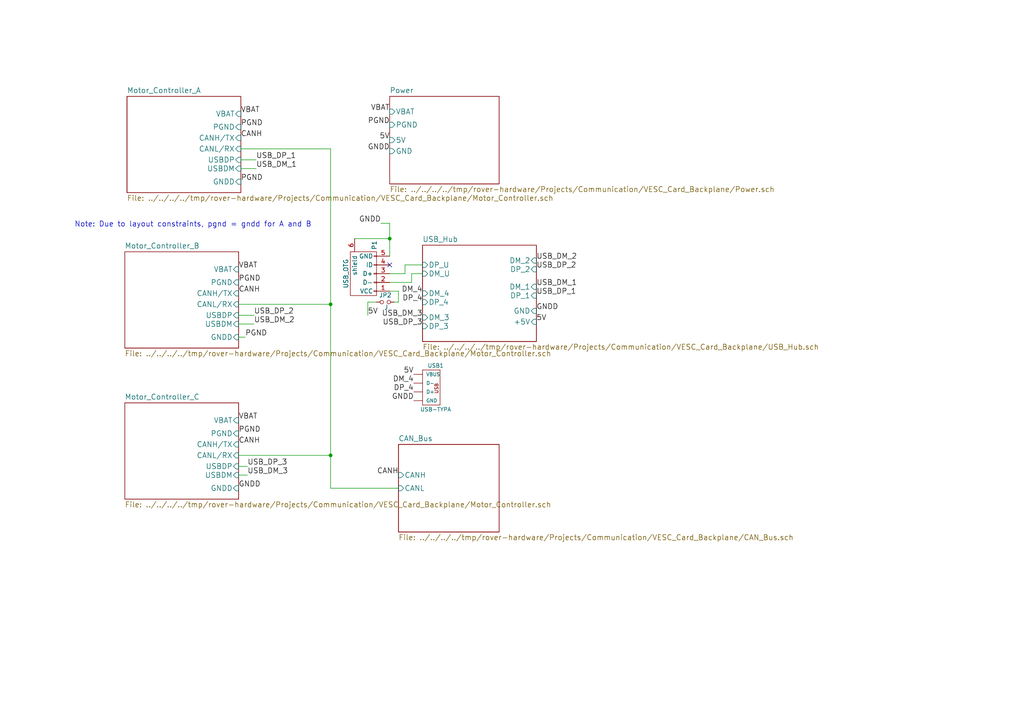
<source format=kicad_sch>
(kicad_sch (version 20230121) (generator eeschema)
  (paper "A4")
  (lib_symbols
    (symbol "VESC_Card_Backplane-rescue:Jumper_NO_Small" (pin_numbers hide) (pin_names (offset 0.762) hide)
      (property "Reference" "JP" (at 0 2.032 0))
      (symbol "Jumper_NO_Small_0_1"
        (circle (center -1.016 0) (radius 0.508))
        (circle (center 1.016 0) (radius 0.508))
        (pin passive line (at -2.54 0 0) (length 1.016) (name "1") (number "1"))
        (pin passive line (at 2.54 0 180) (length 1.016) (name "2") (number "2"))
      )
    )
    (symbol "VESC_Card_Backplane-rescue:USB-TYPA" (pin_numbers hide) (pin_names (offset 1.016))
      (property "Reference" "USB" (at 0 6.35 0))
      (property "Value" "USB-TYPA" (at 0 -6.35 0))
      (symbol "USB-TYPA_1_0"
        (polyline (pts (xy -3.81 -5.08) (xy 1.27 -5.08)))
        (polyline (pts (xy -3.81 5.08) (xy -3.81 -5.08)))
        (polyline (pts (xy 1.27 -5.08) (xy 1.27 5.08)))
        (polyline (pts (xy 1.27 5.08) (xy -3.81 5.08)))
        (text "USB" (at 0.254 -0.254 900) (effects (font (size 0.9906 0.9906))))
      )
      (symbol "USB-TYPA_1_1"
        (pin bidirectional line (at -6.35 -1.27 0) (length 2.54) (name "D+") (number "D+"))
        (pin bidirectional line (at -6.35 1.27 0) (length 2.54) (name "D-") (number "D-"))
        (pin bidirectional line (at -6.35 -3.81 0) (length 2.54) (name "GND") (number "GND"))
        (pin bidirectional line (at -6.35 3.81 0) (length 2.54) (name "VBUS") (number "VBUS"))
      )
    )
    (symbol "VESC_Card_Backplane-rescue:USB_OTG" (pin_names (offset 1.016))
      (property "Reference" "P" (at 8.255 -3.175 0))
      (property "Value" "USB_OTG" (at 0 5.08 0))
      (symbol "USB_OTG_0_1"
        (rectangle (start -6.35 -3.81) (end 6.35 3.81))
        (rectangle (start -5.207 -3.81) (end -4.953 -3.048))
        (rectangle (start -2.667 -3.81) (end -2.413 -3.048))
        (rectangle (start -0.127 -3.81) (end 0.127 -3.048))
        (rectangle (start 2.413 -3.81) (end 2.667 -3.048))
        (rectangle (start 4.953 -3.81) (end 5.207 -3.048))
      )
      (symbol "USB_OTG_1_1"
        (pin power_out line (at -5.08 -7.62 90) (length 3.81) (name "VCC") (number "1"))
        (pin passive line (at -2.54 -7.62 90) (length 3.81) (name "D-") (number "2"))
        (pin passive line (at 0 -7.62 90) (length 3.81) (name "D+") (number "3"))
        (pin power_in line (at 2.54 -7.62 90) (length 3.81) (name "ID") (number "4"))
        (pin power_in line (at 5.08 -7.62 90) (length 3.81) (name "GND") (number "5"))
        (pin passive line (at 10.16 2.54 180) (length 3.81) (name "shield") (number "6"))
      )
    )
  )
  (junction (at 95.885 88.265))
  (junction (at 95.885 132.08))
  (junction (at 113.03 69.215))
  (no_connect (at 113.03 76.835))
  (wire (pts (xy 95.885 132.08) (xy 95.885 141.605)))
  (wire (pts (xy 71.12 97.79) (xy 69.215 97.79)))
  (wire (pts (xy 95.885 88.265) (xy 95.885 132.08)))
  (wire (pts (xy 113.03 84.455) (xy 115.57 84.455)))
  (wire (pts (xy 69.85 48.895) (xy 74.295 48.895)))
  (wire (pts (xy 69.215 132.08) (xy 95.885 132.08)))
  (wire (pts (xy 69.85 43.18) (xy 95.885 43.18)))
  (wire (pts (xy 113.03 81.915) (xy 119.38 81.915)))
  (wire (pts (xy 113.03 64.77) (xy 113.03 69.215)))
  (wire (pts (xy 117.475 76.835) (xy 122.555 76.835)))
  (wire (pts (xy 71.755 137.795) (xy 69.215 137.795)))
  (wire (pts (xy 95.885 141.605) (xy 115.57 141.605)))
  (wire (pts (xy 106.68 87.63) (xy 106.68 91.44)))
  (wire (pts (xy 73.66 93.98) (xy 69.215 93.98)))
  (wire (pts (xy 109.22 87.63) (xy 106.68 87.63)))
  (wire (pts (xy 113.03 64.77) (xy 110.49 64.77)))
  (wire (pts (xy 113.03 69.215) (xy 113.03 74.295)))
  (wire (pts (xy 69.85 46.355) (xy 74.295 46.355)))
  (wire (pts (xy 113.03 79.375) (xy 117.475 79.375)))
  (wire (pts (xy 102.87 69.215) (xy 113.03 69.215)))
  (wire (pts (xy 119.38 79.375) (xy 122.555 79.375)))
  (wire (pts (xy 95.885 43.18) (xy 95.885 88.265)))
  (wire (pts (xy 69.215 88.265) (xy 95.885 88.265)))
  (wire (pts (xy 71.755 135.255) (xy 69.215 135.255)))
  (wire (pts (xy 115.57 84.455) (xy 115.57 87.63)))
  (wire (pts (xy 117.475 79.375) (xy 117.475 76.835)))
  (wire (pts (xy 73.66 91.44) (xy 69.215 91.44)))
  (wire (pts (xy 115.57 87.63) (xy 114.3 87.63)))
  (wire (pts (xy 119.38 81.915) (xy 119.38 79.375)))
  (text "Note: Due to layout constraints, pgnd = gndd for A and B\n" (at 21.59 66.04 0) (effects (font (size 1.524 1.524)) (justify left bottom)))
  (label "USB_DP_3" (at 122.555 94.615 180) (effects (font (size 1.524 1.524))))
  (label "GNDD" (at 113.03 43.815 180) (effects (font (size 1.524 1.524))))
  (label "PGND" (at 69.85 36.83 0) (effects (font (size 1.524 1.524))))
  (label "5V" (at 113.03 40.64 180) (effects (font (size 1.524 1.524))))
  (label "USB_DP_1" (at 74.295 46.355 0) (effects (font (size 1.524 1.524))))
  (label "DP_4" (at 120.015 113.665 180) (effects (font (size 1.524 1.524))))
  (label "USB_DM_1" (at 155.575 83.185 0) (effects (font (size 1.524 1.524))))
  (label "PGND" (at 71.12 97.79 0) (effects (font (size 1.524 1.524))))
  (label "USB_DP_1" (at 155.575 85.725 0) (effects (font (size 1.524 1.524))))
  (label "CANH" (at 69.85 40.005 0) (effects (font (size 1.524 1.524))))
  (label "VBAT" (at 69.85 33.02 0) (effects (font (size 1.524 1.524))))
  (label "DM_4" (at 120.015 111.125 180) (effects (font (size 1.524 1.524))))
  (label "USB_DM_1" (at 74.295 48.895 0) (effects (font (size 1.524 1.524))))
  (label "USB_DP_2" (at 155.575 78.105 0) (effects (font (size 1.524 1.524))))
  (label "5V" (at 155.575 93.345 0) (effects (font (size 1.524 1.524))))
  (label "USB_DP_2" (at 73.66 91.44 0) (effects (font (size 1.524 1.524))))
  (label "USB_DM_2" (at 73.66 93.98 0) (effects (font (size 1.524 1.524))))
  (label "PGND" (at 113.03 36.195 180) (effects (font (size 1.524 1.524))))
  (label "CANH" (at 115.57 137.795 180) (effects (font (size 1.524 1.524))))
  (label "GNDD" (at 69.215 141.605 0) (effects (font (size 1.524 1.524))))
  (label "DP_4" (at 122.555 87.63 180) (effects (font (size 1.524 1.524))))
  (label "5V" (at 106.68 91.44 0) (effects (font (size 1.524 1.524))))
  (label "VBAT" (at 113.03 32.385 180) (effects (font (size 1.524 1.524))))
  (label "USB_DM_2" (at 155.575 75.565 0) (effects (font (size 1.524 1.524))))
  (label "USB_DM_3" (at 71.755 137.795 0) (effects (font (size 1.524 1.524))))
  (label "USB_DP_3" (at 71.755 135.255 0) (effects (font (size 1.524 1.524))))
  (label "PGND" (at 69.85 52.705 0) (effects (font (size 1.524 1.524))))
  (label "5V" (at 120.015 108.585 180) (effects (font (size 1.524 1.524))))
  (label "PGND" (at 69.215 81.915 0) (effects (font (size 1.524 1.524))))
  (label "GNDD" (at 155.575 90.17 0) (effects (font (size 1.524 1.524))))
  (label "VBAT" (at 69.215 78.105 0) (effects (font (size 1.524 1.524))))
  (label "CANH" (at 69.215 85.09 0) (effects (font (size 1.524 1.524))))
  (label "USB_DM_3" (at 122.555 92.075 180) (effects (font (size 1.524 1.524))))
  (label "CANH" (at 69.215 128.905 0) (effects (font (size 1.524 1.524))))
  (label "GNDD" (at 120.015 116.205 180) (effects (font (size 1.524 1.524))))
  (label "GNDD" (at 110.49 64.77 180) (effects (font (size 1.524 1.524))))
  (label "DM_4" (at 122.555 85.09 180) (effects (font (size 1.524 1.524))))
  (label "PGND" (at 69.215 125.73 0) (effects (font (size 1.524 1.524))))
  (label "VBAT" (at 69.215 121.92 0) (effects (font (size 1.524 1.524))))
  (symbol (lib_id "VESC_Card_Backplane-rescue:USB-TYPA") (at 126.365 112.395 0) (unit 1)
    (property "Reference" "USB1" (at 126.365 106.045 0) (effects (font (size 1.143 1.143))))
    (property "Value" "USB-TYPA" (at 126.365 118.745 0) (effects (font (size 1.143 1.143))))
    (property "Footprint" "USST-footprints:USB_A_PTH_AMP787616-1" (effects hide))
  )
  (symbol (lib_id "VESC_Card_Backplane-rescue:USB_OTG") (at 105.41 79.375 90) (unit 1)
    (property "Reference" "P1" (at 108.585 71.12 0))
    (property "Value" "USB_OTG" (at 100.33 79.375 0))
    (property "Footprint" "Connectors:USB_Mini-B" (effects hide))
  )
  (symbol (lib_id "VESC_Card_Backplane-rescue:Jumper_NO_Small") (at 111.76 87.63 0) (unit 1)
    (property "Reference" "JP2" (at 111.76 85.598 0))
    (property "Value" "J" (at 112.014 89.154 0))
    (property "Footprint" "USST-footprints:J_0603" (effects hide))
  )
  (sheet (at 122.555 71.12) (size 33.02 27.94)
    (property "Sheetname" "USB_Hub" (at 122.555 70.2814 0) (effects (font (size 1.524 1.524)) (justify left bottom)))
    (property "Sheetfile" "../../../../tmp/rover-hardware/Projects/Communication/VESC_Card_Backplane/USB_Hub.sch" (at 122.555 99.7462 0) (effects (font (size 1.524 1.524)) (justify left top)))
    (pin "DM_U" input (at 122.555 79.375 180) (effects (font (size 1.524 1.524))))
    (pin "DP_U" input (at 122.555 76.835 180) (effects (font (size 1.524 1.524))))
    (pin "DM_4" input (at 122.555 85.09 180) (effects (font (size 1.524 1.524))))
    (pin "DP_4" input (at 122.555 87.63 180) (effects (font (size 1.524 1.524))))
    (pin "DM_3" input (at 122.555 92.075 180) (effects (font (size 1.524 1.524))))
    (pin "DP_3" input (at 122.555 94.615 180) (effects (font (size 1.524 1.524))))
    (pin "DM_2" input (at 155.575 75.565 0) (effects (font (size 1.524 1.524))))
    (pin "DP_2" input (at 155.575 78.105 0) (effects (font (size 1.524 1.524))))
    (pin "DM_1" input (at 155.575 83.185 0) (effects (font (size 1.524 1.524))))
    (pin "DP_1" input (at 155.575 85.725 0) (effects (font (size 1.524 1.524))))
    (pin "GND" input (at 155.575 90.17 0) (effects (font (size 1.524 1.524))))
    (pin "+5V" input (at 155.575 93.345 0) (effects (font (size 1.524 1.524))))
  )
  (sheet (at 36.83 27.94) (size 33.02 27.94)
    (property "Sheetname" "Motor_Controller_A" (at 36.83 27.1014 0) (effects (font (size 1.524 1.524)) (justify left bottom)))
    (property "Sheetfile" "../../../../tmp/rover-hardware/Projects/Communication/VESC_Card_Backplane/Motor_Controller.sch" (at 36.83 56.5662 0) (effects (font (size 1.524 1.524)) (justify left top)))
    (pin "VBAT" input (at 69.85 33.02 0) (effects (font (size 1.524 1.524))))
    (pin "PGND" input (at 69.85 36.83 0) (effects (font (size 1.524 1.524))))
    (pin "CANH/TX" input (at 69.85 40.005 0) (effects (font (size 1.524 1.524))))
    (pin "CANL/RX" input (at 69.85 43.18 0) (effects (font (size 1.524 1.524))))
    (pin "USBDP" input (at 69.85 46.355 0) (effects (font (size 1.524 1.524))))
    (pin "USBDM" input (at 69.85 48.895 0) (effects (font (size 1.524 1.524))))
    (pin "GNDD" input (at 69.85 52.705 0) (effects (font (size 1.524 1.524))))
  )
  (sheet (at 113.03 27.94) (size 31.75 25.4)
    (property "Sheetname" "Power" (at 113.03 27.1014 0) (effects (font (size 1.524 1.524)) (justify left bottom)))
    (property "Sheetfile" "../../../../tmp/rover-hardware/Projects/Communication/VESC_Card_Backplane/Power.sch" (at 113.03 54.0262 0) (effects (font (size 1.524 1.524)) (justify left top)))
    (pin "VBAT" input (at 113.03 32.385 180) (effects (font (size 1.524 1.524))))
    (pin "PGND" input (at 113.03 36.195 180) (effects (font (size 1.524 1.524))))
    (pin "5V" input (at 113.03 40.64 180) (effects (font (size 1.524 1.524))))
    (pin "GND" input (at 113.03 43.815 180) (effects (font (size 1.524 1.524))))
  )
  (sheet (at 115.57 128.905) (size 29.21 25.4)
    (property "Sheetname" "CAN_Bus" (at 115.57 128.0664 0) (effects (font (size 1.524 1.524)) (justify left bottom)))
    (property "Sheetfile" "../../../../tmp/rover-hardware/Projects/Communication/VESC_Card_Backplane/CAN_Bus.sch" (at 115.57 154.9912 0) (effects (font (size 1.524 1.524)) (justify left top)))
    (pin "CANH" input (at 115.57 137.795 180) (effects (font (size 1.524 1.524))))
    (pin "CANL" input (at 115.57 141.605 180) (effects (font (size 1.524 1.524))))
  )
  (sheet (at 36.195 73.025) (size 33.02 27.94)
    (property "Sheetname" "Motor_Controller_B" (at 36.195 72.1864 0) (effects (font (size 1.524 1.524)) (justify left bottom)))
    (property "Sheetfile" "../../../../tmp/rover-hardware/Projects/Communication/VESC_Card_Backplane/Motor_Controller.sch" (at 36.195 101.6512 0) (effects (font (size 1.524 1.524)) (justify left top)))
    (pin "VBAT" input (at 69.215 78.105 0) (effects (font (size 1.524 1.524))))
    (pin "PGND" input (at 69.215 81.915 0) (effects (font (size 1.524 1.524))))
    (pin "CANH/TX" input (at 69.215 85.09 0) (effects (font (size 1.524 1.524))))
    (pin "CANL/RX" input (at 69.215 88.265 0) (effects (font (size 1.524 1.524))))
    (pin "USBDP" input (at 69.215 91.44 0) (effects (font (size 1.524 1.524))))
    (pin "USBDM" input (at 69.215 93.98 0) (effects (font (size 1.524 1.524))))
    (pin "GNDD" input (at 69.215 97.79 0) (effects (font (size 1.524 1.524))))
  )
  (sheet (at 36.195 116.84) (size 33.02 27.94)
    (property "Sheetname" "Motor_Controller_C" (at 36.195 116.0014 0) (effects (font (size 1.524 1.524)) (justify left bottom)))
    (property "Sheetfile" "../../../../tmp/rover-hardware/Projects/Communication/VESC_Card_Backplane/Motor_Controller.sch" (at 36.195 145.4662 0) (effects (font (size 1.524 1.524)) (justify left top)))
    (pin "VBAT" input (at 69.215 121.92 0) (effects (font (size 1.524 1.524))))
    (pin "PGND" input (at 69.215 125.73 0) (effects (font (size 1.524 1.524))))
    (pin "CANH/TX" input (at 69.215 128.905 0) (effects (font (size 1.524 1.524))))
    (pin "CANL/RX" input (at 69.215 132.08 0) (effects (font (size 1.524 1.524))))
    (pin "USBDP" input (at 69.215 135.255 0) (effects (font (size 1.524 1.524))))
    (pin "USBDM" input (at 69.215 137.795 0) (effects (font (size 1.524 1.524))))
    (pin "GNDD" input (at 69.215 141.605 0) (effects (font (size 1.524 1.524))))
  )
)
</source>
